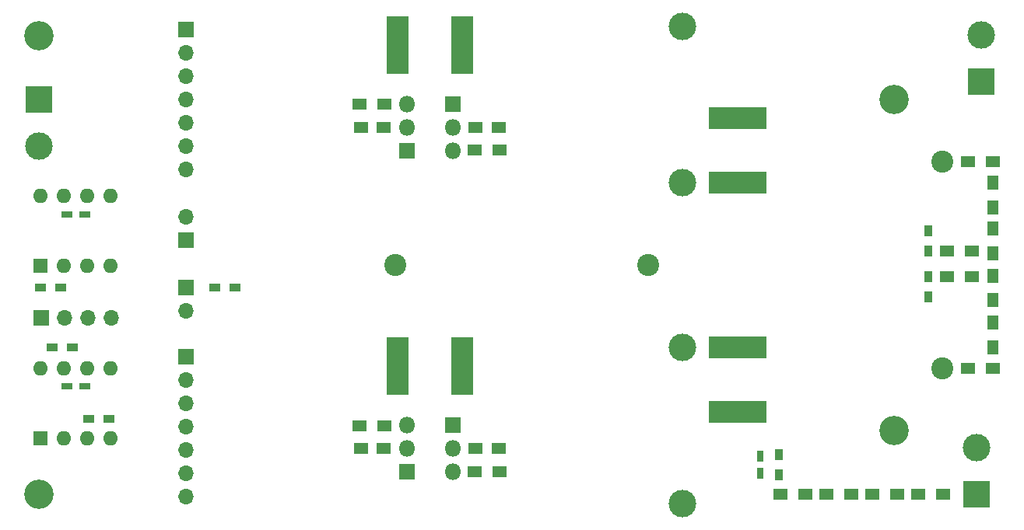
<source format=gbr>
%TF.GenerationSoftware,KiCad,Pcbnew,(5.1.10)-1*%
%TF.CreationDate,2022-06-03T10:18:56+01:00*%
%TF.ProjectId,GTI_V3,4754495f-5633-42e6-9b69-6361645f7063,rev?*%
%TF.SameCoordinates,Original*%
%TF.FileFunction,Soldermask,Bot*%
%TF.FilePolarity,Negative*%
%FSLAX46Y46*%
G04 Gerber Fmt 4.6, Leading zero omitted, Abs format (unit mm)*
G04 Created by KiCad (PCBNEW (5.1.10)-1) date 2022-06-03 10:18:56*
%MOMM*%
%LPD*%
G01*
G04 APERTURE LIST*
%ADD10R,1.200000X0.900000*%
%ADD11C,3.200000*%
%ADD12R,1.500000X1.300000*%
%ADD13R,1.500000X1.250000*%
%ADD14R,1.700000X1.700000*%
%ADD15O,1.700000X1.700000*%
%ADD16R,0.900000X1.200000*%
%ADD17R,0.750000X1.200000*%
%ADD18O,1.600000X1.600000*%
%ADD19R,1.600000X1.600000*%
%ADD20R,3.000000X3.000000*%
%ADD21C,3.000000*%
%ADD22R,1.200000X0.750000*%
%ADD23R,6.350000X2.400000*%
%ADD24C,2.400000*%
%ADD25R,2.400000X6.350000*%
%ADD26R,1.300000X1.500000*%
%ADD27O,1.800000X1.800000*%
%ADD28R,1.800000X1.800000*%
%ADD29C,2.999740*%
G04 APERTURE END LIST*
D10*
%TO.C,R31*%
X124150000Y-92500000D03*
X126350000Y-92500000D03*
%TD*%
D11*
%TO.C,REF\u002A\u002A*%
X105000000Y-115000000D03*
%TD*%
%TO.C,REF\u002A\u002A*%
X105000000Y-65000000D03*
%TD*%
%TO.C,REF\u002A\u002A*%
X198000000Y-72000000D03*
%TD*%
%TO.C,REF\u002A\u002A*%
X198000000Y-108000000D03*
%TD*%
D12*
%TO.C,R25*%
X142600000Y-107500000D03*
X139900000Y-107500000D03*
%TD*%
%TO.C,R22*%
X152400000Y-112500000D03*
X155100000Y-112500000D03*
%TD*%
%TO.C,R7*%
X142600000Y-72500000D03*
X139900000Y-72500000D03*
%TD*%
%TO.C,R4*%
X152400000Y-77500000D03*
X155100000Y-77500000D03*
%TD*%
D13*
%TO.C,C20*%
X142500000Y-110000000D03*
X140000000Y-110000000D03*
%TD*%
%TO.C,C14*%
X152500000Y-110000000D03*
X155000000Y-110000000D03*
%TD*%
%TO.C,C11*%
X142500000Y-75000000D03*
X140000000Y-75000000D03*
%TD*%
%TO.C,C4*%
X152500000Y-75000000D03*
X155000000Y-75000000D03*
%TD*%
D14*
%TO.C,J8*%
X121000000Y-92440000D03*
D15*
X121000000Y-94980000D03*
%TD*%
D12*
%TO.C,R36*%
X203350000Y-115000000D03*
X200650000Y-115000000D03*
%TD*%
%TO.C,R35*%
X198350000Y-115000000D03*
X195650000Y-115000000D03*
%TD*%
%TO.C,R34*%
X193350000Y-115000000D03*
X190650000Y-115000000D03*
%TD*%
%TO.C,R33*%
X188350000Y-115000000D03*
X185650000Y-115000000D03*
%TD*%
D16*
%TO.C,R32*%
X185500000Y-110650000D03*
X185500000Y-112850000D03*
%TD*%
D17*
%TO.C,C27*%
X183500000Y-112700000D03*
X183500000Y-110800000D03*
%TD*%
D14*
%TO.C,J3*%
X121000000Y-64380000D03*
D15*
X121000000Y-66920000D03*
X121000000Y-69460000D03*
X121000000Y-72000000D03*
X121000000Y-74540000D03*
X121000000Y-77080000D03*
X121000000Y-79620000D03*
%TD*%
D18*
%TO.C,U6*%
X105170000Y-101250000D03*
X112790000Y-108870000D03*
X107710000Y-101250000D03*
X110250000Y-108870000D03*
X110250000Y-101250000D03*
X107710000Y-108870000D03*
X112790000Y-101250000D03*
D19*
X105170000Y-108870000D03*
%TD*%
D18*
%TO.C,U5*%
X105170000Y-82500000D03*
X112790000Y-90120000D03*
X107710000Y-82500000D03*
X110250000Y-90120000D03*
X110250000Y-82500000D03*
X107710000Y-90120000D03*
X112790000Y-82500000D03*
D19*
X105170000Y-90120000D03*
%TD*%
D10*
%TO.C,R30*%
X112600000Y-106750000D03*
X110400000Y-106750000D03*
%TD*%
%TO.C,R29*%
X108600000Y-99000000D03*
X106400000Y-99000000D03*
%TD*%
%TO.C,R28*%
X107350000Y-92500000D03*
X105150000Y-92500000D03*
%TD*%
D14*
%TO.C,J7*%
X105210000Y-95750000D03*
D15*
X107750000Y-95750000D03*
X110290000Y-95750000D03*
X112830000Y-95750000D03*
%TD*%
D20*
%TO.C,J5*%
X207500000Y-70000000D03*
D21*
X207500000Y-64920000D03*
%TD*%
D14*
%TO.C,J4*%
X121000000Y-87290000D03*
D15*
X121000000Y-84750000D03*
%TD*%
D20*
%TO.C,J2*%
X207000000Y-115000000D03*
D21*
X207000000Y-109920000D03*
%TD*%
D20*
%TO.C,J1*%
X105000000Y-72000000D03*
D21*
X105000000Y-77080000D03*
%TD*%
D22*
%TO.C,C26*%
X108050000Y-103250000D03*
X109950000Y-103250000D03*
%TD*%
%TO.C,C22*%
X108050000Y-84500000D03*
X109950000Y-84500000D03*
%TD*%
D23*
%TO.C,C10*%
X181000000Y-81000000D03*
X181000000Y-74000000D03*
%TD*%
D24*
%TO.C,C13*%
X203250000Y-101250000D03*
X203250000Y-78750000D03*
%TD*%
D23*
%TO.C,C19*%
X181000000Y-106000000D03*
X181000000Y-99000000D03*
%TD*%
D24*
%TO.C,C23*%
X171250000Y-90000000D03*
X143750000Y-90000000D03*
%TD*%
D25*
%TO.C,C24*%
X151000000Y-66000000D03*
X144000000Y-66000000D03*
%TD*%
%TO.C,C25*%
X144000000Y-101000000D03*
X151000000Y-101000000D03*
%TD*%
D14*
%TO.C,J6*%
X121000000Y-100000000D03*
D15*
X121000000Y-102540000D03*
X121000000Y-105080000D03*
X121000000Y-107620000D03*
X121000000Y-110160000D03*
X121000000Y-112700000D03*
X121000000Y-115240000D03*
%TD*%
D12*
%TO.C,R18*%
X206050000Y-101250000D03*
X208750000Y-101250000D03*
%TD*%
D26*
%TO.C,R17*%
X208750000Y-99000000D03*
X208750000Y-96300000D03*
%TD*%
%TO.C,R16*%
X208750000Y-93850000D03*
X208750000Y-91150000D03*
%TD*%
D12*
%TO.C,R15*%
X206500000Y-91250000D03*
X203800000Y-91250000D03*
%TD*%
%TO.C,R13*%
X206050000Y-78750000D03*
X208750000Y-78750000D03*
%TD*%
D26*
%TO.C,R12*%
X208750000Y-81000000D03*
X208750000Y-83700000D03*
%TD*%
%TO.C,R11*%
X208750000Y-86000000D03*
X208750000Y-88700000D03*
%TD*%
D12*
%TO.C,R10*%
X206500000Y-88500000D03*
X203800000Y-88500000D03*
%TD*%
D27*
%TO.C,Q4*%
X145000000Y-107460000D03*
X145000000Y-110000000D03*
D28*
X145000000Y-112540000D03*
%TD*%
D27*
%TO.C,Q3*%
X150000000Y-112540000D03*
X150000000Y-110000000D03*
D28*
X150000000Y-107460000D03*
%TD*%
D29*
%TO.C,L2*%
X175000000Y-99001160D03*
X175000000Y-115998840D03*
%TD*%
D16*
%TO.C,R14*%
X201750000Y-93450000D03*
X201750000Y-91250000D03*
%TD*%
%TO.C,R9*%
X201750000Y-86300000D03*
X201750000Y-88500000D03*
%TD*%
D29*
%TO.C,L1*%
X175000000Y-64001160D03*
X175000000Y-80998840D03*
%TD*%
D28*
%TO.C,Q2*%
X145000000Y-77540000D03*
D27*
X145000000Y-75000000D03*
X145000000Y-72460000D03*
%TD*%
%TO.C,Q1*%
X150000000Y-77540000D03*
X150000000Y-75000000D03*
D28*
X150000000Y-72460000D03*
%TD*%
M02*

</source>
